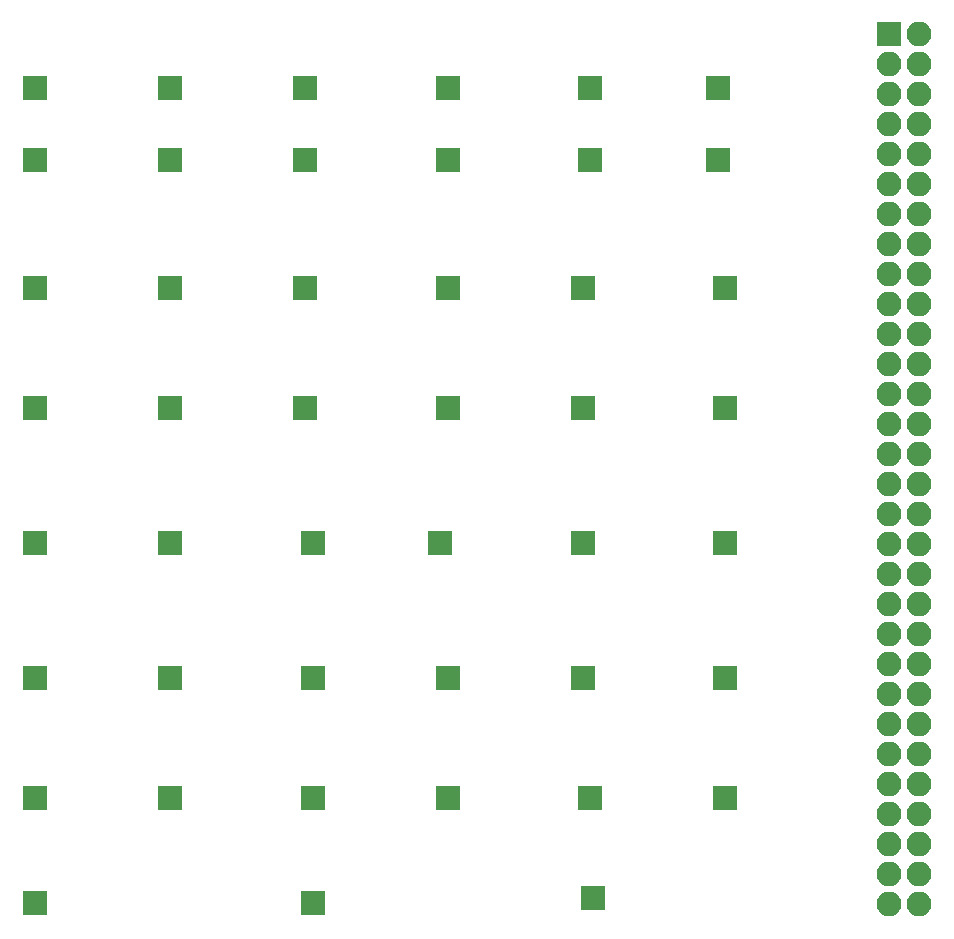
<source format=gbs>
G04 #@! TF.FileFunction,Soldermask,Bot*
%FSLAX46Y46*%
G04 Gerber Fmt 4.6, Leading zero omitted, Abs format (unit mm)*
G04 Created by KiCad (PCBNEW 4.0.7) date Monday, March 12, 2018 'AMt' 09:49:52 AM*
%MOMM*%
%LPD*%
G01*
G04 APERTURE LIST*
%ADD10C,0.100000*%
%ADD11R,2.100000X2.100000*%
%ADD12O,2.100000X2.100000*%
G04 APERTURE END LIST*
D10*
D11*
X177586096Y-74933000D03*
D12*
X180126096Y-74933000D03*
X177586096Y-77473000D03*
X180126096Y-77473000D03*
X177586096Y-80013000D03*
X180126096Y-80013000D03*
X177586096Y-82553000D03*
X180126096Y-82553000D03*
X177586096Y-85093000D03*
X180126096Y-85093000D03*
X177586096Y-87633000D03*
X180126096Y-87633000D03*
X177586096Y-90173000D03*
X180126096Y-90173000D03*
X177586096Y-92713000D03*
X180126096Y-92713000D03*
X177586096Y-95253000D03*
X180126096Y-95253000D03*
X177586096Y-97793000D03*
X180126096Y-97793000D03*
X177586096Y-100333000D03*
X180126096Y-100333000D03*
X177586096Y-102873000D03*
X180126096Y-102873000D03*
X177586096Y-105413000D03*
X180126096Y-105413000D03*
X177586096Y-107953000D03*
X180126096Y-107953000D03*
X177586096Y-110493000D03*
X180126096Y-110493000D03*
X177586096Y-113033000D03*
X180126096Y-113033000D03*
X177586096Y-115573000D03*
X180126096Y-115573000D03*
X177586096Y-118113000D03*
X180126096Y-118113000D03*
X177586096Y-120653000D03*
X180126096Y-120653000D03*
X177586096Y-123193000D03*
X180126096Y-123193000D03*
X177586096Y-125733000D03*
X180126096Y-125733000D03*
X177586096Y-128273000D03*
X180126096Y-128273000D03*
X177586096Y-130813000D03*
X180126096Y-130813000D03*
X177586096Y-133353000D03*
X180126096Y-133353000D03*
X177586096Y-135893000D03*
X180126096Y-135893000D03*
X177586096Y-138433000D03*
X180126096Y-138433000D03*
X177586096Y-140973000D03*
X180126096Y-140973000D03*
X177586096Y-143513000D03*
X180126096Y-143513000D03*
X177586096Y-146053000D03*
X180126096Y-146053000D03*
X177586096Y-148593000D03*
X180126096Y-148593000D03*
D11*
X105283000Y-79502000D03*
X116713000Y-79502000D03*
X128143000Y-79502000D03*
X140208000Y-79502000D03*
X152273000Y-79502000D03*
X163068000Y-79502000D03*
X105283000Y-96393000D03*
X116713000Y-96393000D03*
X128143000Y-96393000D03*
X140208000Y-96393000D03*
X151638000Y-96393000D03*
X163703000Y-96393000D03*
X105283000Y-117983000D03*
X116713000Y-117983000D03*
X128778000Y-117983000D03*
X139573000Y-117983000D03*
X151638000Y-117983000D03*
X163703000Y-117983000D03*
X163703000Y-129413000D03*
X151638000Y-129413000D03*
X140208000Y-129413000D03*
X128778000Y-129413000D03*
X116713000Y-129413000D03*
X105283000Y-129413000D03*
X163703000Y-106553000D03*
X151638000Y-106553000D03*
X140208000Y-106553000D03*
X128143000Y-106553000D03*
X116713000Y-106553000D03*
X105283000Y-106553000D03*
X163068000Y-85598000D03*
X152273000Y-85598000D03*
X140208000Y-85598000D03*
X128143000Y-85598000D03*
X116713000Y-85598000D03*
X105283000Y-85598000D03*
X152527000Y-148082000D03*
X163703000Y-139573000D03*
X128778000Y-139573000D03*
X128778000Y-148463000D03*
X140208000Y-139573000D03*
X152273000Y-139573000D03*
X116713000Y-139573000D03*
X105283000Y-148463000D03*
X105283000Y-139573000D03*
M02*

</source>
